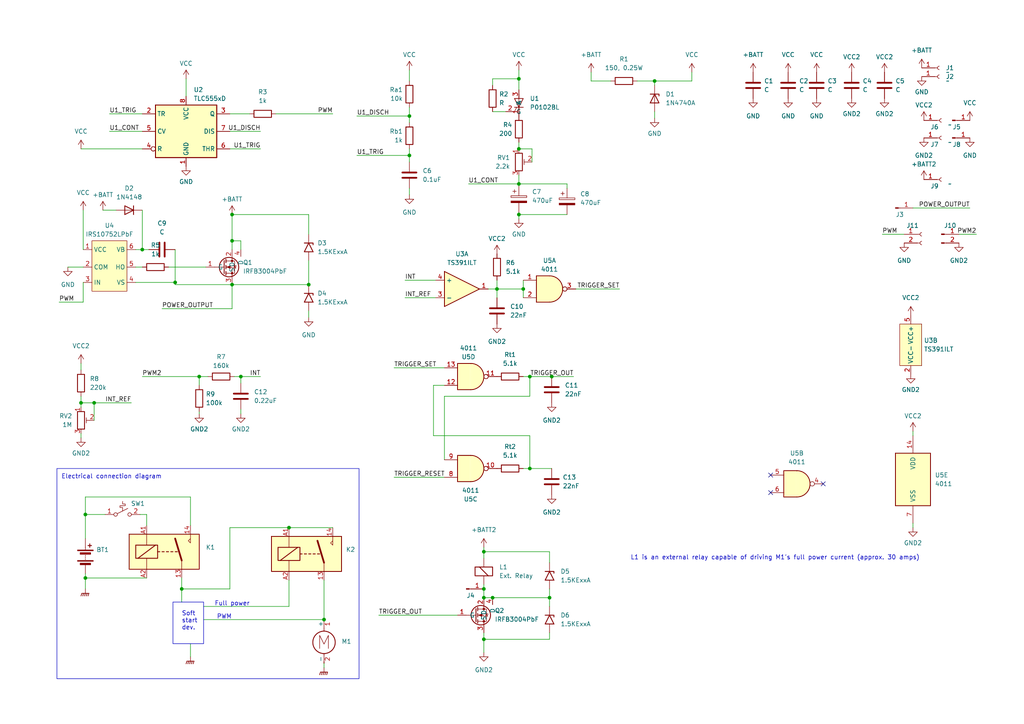
<source format=kicad_sch>
(kicad_sch (version 20230121) (generator eeschema)
  (paper "A4")
  (lib_symbols
    (symbol "4xxx:4011" (pin_names (offset 1.016))
      (property "Reference" "U" (at 0 1.27 0))
      (property "Value" "4011" (at 0 -1.27 0))
      (symbol "4011_1_1"
        (pin input line (at -7.62 2.54 0) (length 3.81) (name "~") (number "1"))
        (pin input line (at -7.62 -2.54 0) (length 3.81) (name "~") (number "2"))
        (pin output inverted (at 7.62 0 180) (length 3.81) (name "~") (number "3"))
      )
      (symbol "4011_1_2"
        (pin input inverted (at -7.62 2.54 0) (length 4.318) (name "~") (number "1"))
        (pin input inverted (at -7.62 -2.54 0) (length 4.318) (name "~") (number "2"))
        (pin output line (at 7.62 0 180) (length 3.81) (name "~") (number "3"))
      )
      (symbol "4011_2_1"
        (pin output inverted (at 7.62 0 180) (length 3.81) (name "~") (number "4"))
        (pin input line (at -7.62 2.54 0) (length 3.81) (name "~") (number "5"))
        (pin input line (at -7.62 -2.54 0) (length 3.81) (name "~") (number "6"))
      )
      (symbol "4011_2_2"
        (pin output line (at 7.62 0 180) (length 3.81) (name "~") (number "4"))
        (pin input inverted (at -7.62 2.54 0) (length 4.318) (name "~") (number "5"))
        (pin input inverted (at -7.62 -2.54 0) (length 4.318) (name "~") (number "6"))
      )
      (symbol "4011_3_1"
        (pin output inverted (at 7.62 0 180) (length 3.81) (name "~") (number "10"))
        (pin input line (at -7.62 2.54 0) (length 3.81) (name "~") (number "8"))
        (pin input line (at -7.62 -2.54 0) (length 3.81) (name "~") (number "9"))
      )
      (symbol "4011_3_2"
        (pin output line (at 7.62 0 180) (length 3.81) (name "~") (number "10"))
        (pin input inverted (at -7.62 2.54 0) (length 4.318) (name "~") (number "8"))
        (pin input inverted (at -7.62 -2.54 0) (length 4.318) (name "~") (number "9"))
      )
      (symbol "4011_4_1"
        (pin output inverted (at 7.62 0 180) (length 3.81) (name "~") (number "11"))
        (pin input line (at -7.62 2.54 0) (length 3.81) (name "~") (number "12"))
        (pin input line (at -7.62 -2.54 0) (length 3.81) (name "~") (number "13"))
      )
      (symbol "4011_4_2"
        (pin output line (at 7.62 0 180) (length 3.81) (name "~") (number "11"))
        (pin input inverted (at -7.62 2.54 0) (length 4.318) (name "~") (number "12"))
        (pin input inverted (at -7.62 -2.54 0) (length 4.318) (name "~") (number "13"))
      )
      (symbol "4011_5_0"
        (pin power_in line (at 0 12.7 270) (length 5.08) (name "VDD") (number "14"))
        (pin power_in line (at 0 -12.7 90) (length 5.08) (name "VSS") (number "7"))
      )
    )
    (symbol "Connector:Conn_01x01_Pin" (pin_names (offset 1.016) hide)
      (property "Reference" "J" (at 0 2.54 0))
      (property "Value" "Conn_01x01_Pin" (at 0 -2.54 0))
      (symbol "Conn_01x01_Pin_1_1"
        (pin passive line (at 5.08 0 180) (length 3.81) (name "Pin_1") (number "1"))
      )
    )
    (symbol "Connector:Conn_01x01_Socket" (pin_names (offset 1.016) hide)
      (property "Reference" "J" (at 0 2.54 0))
      (property "Value" "Conn_01x01_Socket" (at 0 -2.54 0))
      (symbol "Conn_01x01_Socket_1_1"
        (pin passive line (at -5.08 0 0) (length 3.81) (name "Pin_1") (number "1"))
      )
    )
    (symbol "Connector:Conn_01x02_Pin" (pin_names (offset 1.016) hide)
      (property "Reference" "J" (at 0 2.54 0))
      (property "Value" "Conn_01x02_Pin" (at 0 -5.08 0))
      (symbol "Conn_01x02_Pin_1_1"
        (pin passive line (at 5.08 0 180) (length 3.81) (name "Pin_1") (number "1"))
        (pin passive line (at 5.08 -2.54 180) (length 3.81) (name "Pin_2") (number "2"))
      )
    )
    (symbol "Connector:Conn_01x02_Socket" (pin_names (offset 1.016) hide)
      (property "Reference" "J" (at 0 2.54 0))
      (property "Value" "Conn_01x02_Socket" (at 0 -5.08 0))
      (symbol "Conn_01x02_Socket_1_1"
        (pin passive line (at -5.08 0 0) (length 3.81) (name "Pin_1") (number "1"))
        (pin passive line (at -5.08 -2.54 0) (length 3.81) (name "Pin_2") (number "2"))
      )
    )
    (symbol "Device:Battery" (pin_numbers hide) (pin_names (offset 0) hide)
      (property "Reference" "BT" (at 2.54 2.54 0))
      (property "Value" "Battery" (at 2.54 0 0))
      (symbol "Battery_1_1"
        (pin passive line (at 0 5.08 270) (length 2.54) (name "+") (number "1"))
        (pin passive line (at 0 -5.08 90) (length 2.54) (name "-") (number "2"))
      )
    )
    (symbol "Device:C" (pin_numbers hide) (pin_names (offset 0.254))
      (property "Reference" "C" (at 0.635 2.54 0))
      (property "Value" "C" (at 0.635 -2.54 0))
      (symbol "C_1_1"
        (pin passive line (at 0 3.81 270) (length 2.794) (name "~") (number "1"))
        (pin passive line (at 0 -3.81 90) (length 2.794) (name "~") (number "2"))
      )
    )
    (symbol "Device:C_Polarized" (pin_numbers hide) (pin_names (offset 0.254))
      (property "Reference" "C" (at 0.635 2.54 0))
      (property "Value" "C_Polarized" (at 0.635 -2.54 0))
      (symbol "C_Polarized_1_1"
        (pin passive line (at 0 3.81 270) (length 2.794) (name "~") (number "1"))
        (pin passive line (at 0 -3.81 90) (length 2.794) (name "~") (number "2"))
      )
    )
    (symbol "Device:ElectromagneticActor" (pin_numbers hide) (pin_names (offset 0.0254) hide)
      (property "Reference" "L" (at 1.27 3.81 0))
      (property "Value" "ElectromagneticActor" (at 1.27 -1.27 0))
      (symbol "ElectromagneticActor_1_1"
        (pin passive line (at 0 5.08 270) (length 2.54) (name "-") (number "1"))
        (pin passive line (at 0 -2.54 90) (length 2.54) (name "+") (number "2"))
      )
    )
    (symbol "Device:R" (pin_numbers hide) (pin_names (offset 0))
      (property "Reference" "R" (at 2.032 0 90))
      (property "Value" "R" (at 0 0 90))
      (symbol "R_1_1"
        (pin passive line (at 0 3.81 270) (length 1.27) (name "~") (number "1"))
        (pin passive line (at 0 -3.81 90) (length 1.27) (name "~") (number "2"))
      )
    )
    (symbol "Device:R_Potentiometer_Trim" (pin_names (offset 1.016) hide)
      (property "Reference" "RV" (at -4.445 0 90))
      (property "Value" "R_Potentiometer_Trim" (at -2.54 0 90))
      (symbol "R_Potentiometer_Trim_1_1"
        (pin passive line (at 0 3.81 270) (length 1.27) (name "1") (number "1"))
        (pin passive line (at 3.81 0 180) (length 1.27) (name "2") (number "2"))
        (pin passive line (at 0 -3.81 90) (length 1.27) (name "3") (number "3"))
      )
    )
    (symbol "Diode:1.5KExxA" (pin_numbers hide) (pin_names (offset 1.016) hide)
      (property "Reference" "D" (at 0 2.54 0))
      (property "Value" "1.5KExxA" (at 0 -2.54 0))
      (symbol "1.5KExxA_1_1"
        (pin passive line (at -3.81 0 0) (length 2.54) (name "A1") (number "1"))
        (pin passive line (at 3.81 0 180) (length 2.54) (name "A2") (number "2"))
      )
    )
    (symbol "Diode:1N4148" (pin_numbers hide) (pin_names hide)
      (property "Reference" "D" (at 0 2.54 0))
      (property "Value" "1N4148" (at 0 -2.54 0))
      (symbol "1N4148_1_1"
        (pin passive line (at -3.81 0 0) (length 2.54) (name "K") (number "1"))
        (pin passive line (at 3.81 0 180) (length 2.54) (name "A") (number "2"))
      )
    )
    (symbol "Diode:1N47xxA" (pin_numbers hide) (pin_names hide)
      (property "Reference" "D" (at 0 2.54 0))
      (property "Value" "1N47xxA" (at 0 -2.54 0))
      (symbol "1N47xxA_1_1"
        (pin passive line (at -3.81 0 0) (length 2.54) (name "K") (number "1"))
        (pin passive line (at 3.81 0 180) (length 2.54) (name "A") (number "2"))
      )
    )
    (symbol "IRFB3004PbF:IRFB3004PbF" (pin_names (offset 1.016))
      (property "Reference" "Q" (at 3.81 1.27 0))
      (property "Value" "IRFB3004PbF" (at 8.89 -1.27 0))
      (symbol "IRFB3004PbF_1_1"
        (pin input line (at -7.62 0 0) (length 2.54) (name "G") (number "1"))
        (pin passive line (at 0 5.08 270) (length 2.54) (name "D") (number "2"))
        (pin passive line (at 0 -5.08 90) (length 2.54) (name "S") (number "3"))
        (pin passive line (at 2.54 5.08 270) (length 2.0066) (name "D") (number "4"))
      )
    )
    (symbol "IRS10752LPbF:IRS10752LPbF"
      (property "Reference" "U" (at -1.27 -6.985 0))
      (property "Value" "IRS10752LPbF" (at 2.54 10.16 0))
      (symbol "IRS10752LPbF_1_1"
        (pin power_in line (at -5.08 6.35 0) (length 2.54) (name "VCC") (number "1"))
        (pin power_in line (at -5.08 1.27 0) (length 2.54) (name "COM") (number "2"))
        (pin input line (at -5.08 -3.175 0) (length 2.54) (name "IN") (number "3"))
        (pin input line (at 10.16 -3.175 180) (length 2.54) (name "VS") (number "4"))
        (pin power_out line (at 10.16 1.27 180) (length 2.54) (name "HO") (number "5"))
        (pin input line (at 10.16 6.35 180) (length 2.54) (name "VB") (number "6"))
      )
    )
    (symbol "Motor:Motor_DC" (pin_names (offset 0))
      (property "Reference" "M" (at 2.54 2.54 0))
      (property "Value" "Motor_DC" (at 2.54 -5.08 0))
      (symbol "Motor_DC_1_1"
        (pin passive line (at 0 5.08 270) (length 2.54) (name "+") (number "1"))
        (pin passive line (at 0 -7.62 90) (length 2.54) (name "-") (number "2"))
      )
    )
    (symbol "Relay:Relay_SPST-NO"
      (property "Reference" "K" (at 11.43 3.81 0))
      (property "Value" "Relay_SPST-NO" (at 11.43 1.27 0))
      (symbol "Relay_SPST-NO_1_1"
        (pin passive line (at 5.08 -7.62 90) (length 2.54) (name "~") (number "13"))
        (pin passive line (at 7.62 7.62 270) (length 2.54) (name "~") (number "14"))
        (pin passive line (at -5.08 7.62 270) (length 2.54) (name "~") (number "A1"))
        (pin passive line (at -5.08 -7.62 90) (length 2.54) (name "~") (number "A2"))
      )
    )
    (symbol "Switch:SW_SPST_Temperature" (pin_names (offset 0) hide)
      (property "Reference" "SW" (at 1.778 3.048 0))
      (property "Value" "SW_SPST_Temperature" (at 0 -2.54 0))
      (symbol "SW_SPST_Temperature_1_1"
        (pin passive line (at -5.08 0 0) (length 2.54) (name "A") (number "1"))
        (pin passive line (at 5.08 0 180) (length 2.54) (name "B") (number "2"))
      )
    )
    (symbol "Timer:TLC555xD"
      (property "Reference" "U" (at -10.16 8.89 0))
      (property "Value" "TLC555xD" (at 2.54 8.89 0))
      (symbol "TLC555xD_0_0"
        (pin power_in line (at 0 -10.16 90) (length 2.54) (name "GND") (number "1"))
        (pin power_in line (at 0 10.16 270) (length 2.54) (name "VCC") (number "8"))
      )
      (symbol "TLC555xD_1_1"
        (pin input line (at -12.7 5.08 0) (length 3.81) (name "TR") (number "2"))
        (pin output line (at 12.7 5.08 180) (length 3.81) (name "Q") (number "3"))
        (pin input inverted (at -12.7 -5.08 0) (length 3.81) (name "R") (number "4"))
        (pin input line (at -12.7 0 0) (length 3.81) (name "CV") (number "5"))
        (pin input line (at 12.7 -5.08 180) (length 3.81) (name "THR") (number "6"))
        (pin input line (at 12.7 0 180) (length 3.81) (name "DIS") (number "7"))
      )
    )
    (symbol "batt2:+BATT2" (power) (pin_names (offset 0))
      (property "Value" "+BATT2" (at 0 3.556 0))
      (symbol "+BATT2_1_1"
        (pin power_in line (at 0 0 90) (length 0) hide (name "+BATT2") (number "1"))
      )
    )
    (symbol "comparator:TS391ILT"
      (property "Reference" "U" (at 1.905 7.62 0))
      (property "Value" "TS391ILT" (at -6.35 -6.985 0))
      (symbol "TS391ILT_1_1"
        (pin output line (at 10.16 0 180) (length 2.54) (name "~") (number "1"))
        (pin input line (at -5.08 -2.54 0) (length 2.54) (name "-") (number "3"))
        (pin input line (at -5.08 2.54 0) (length 2.54) (name "+") (number "4"))
      )
      (symbol "TS391ILT_2_1"
        (pin power_in line (at 0 -8.255 90) (length 2.54) (name "VCC-") (number "2"))
        (pin power_in line (at 0 8.89 270) (length 2.54) (name "VCC+") (number "5"))
      )
    )
    (symbol "power:+BATT" (power) (pin_names (offset 0))
      (property "Value" "+BATT" (at 0 3.556 0))
      (symbol "+BATT_1_1"
        (pin power_in line (at 0 0 90) (length 0) hide (name "+BATT") (number "1"))
      )
    )
    (symbol "power:GND" (power) (pin_names (offset 0))
      (property "Value" "GND" (at 0 -3.81 0))
      (symbol "GND_1_1"
        (pin power_in line (at 0 0 270) (length 0) hide (name "GND") (number "1"))
      )
    )
    (symbol "power:GND2" (power) (pin_names (offset 0))
      (property "Value" "GND2" (at 0 -3.81 0))
      (symbol "GND2_1_1"
        (pin power_in line (at 0 0 270) (length 0) hide (name "GND2") (number "1"))
      )
    )
    (symbol "power:GNDPWR" (power) (pin_names (offset 0))
      (property "Value" "GNDPWR" (at 0 -3.302 0))
      (symbol "GNDPWR_1_1"
        (pin power_in line (at 0 0 270) (length 0) hide (name "GNDPWR") (number "1"))
      )
    )
    (symbol "power:VCC" (power) (pin_names (offset 0))
      (property "Value" "VCC" (at 0 3.81 0))
      (symbol "VCC_1_1"
        (pin power_in line (at 0 0 90) (length 0) hide (name "VCC") (number "1"))
      )
    )
    (symbol "thyristors:P0102BL"
      (property "Reference" "U" (at 3.175 0 0))
      (property "Value" "P0102BL" (at -5.715 0 0))
      (symbol "P0102BL_1_1"
        (pin passive line (at 0 -4.445 90) (length 2.54) (name "K") (number "1"))
        (pin input line (at -3.81 -3.175 0) (length 2.54) (name "G") (number "2"))
        (pin passive line (at 0 3.175 270) (length 2.54) (name "A") (number "3"))
      )
    )
    (symbol "vcc2:VCC2" (power) (pin_names (offset 0))
      (property "Value" "VCC2" (at 0 3.81 0))
      (symbol "VCC2_1_1"
        (pin power_in line (at 0 0 90) (length 0) hide (name "VCC2") (number "1"))
      )
    )
  )
  (junction (at 151.765 83.82))
  (junction (at 150.495 62.23))
  (junction (at 140.335 160.02))
  (junction (at 140.335 185.42))
  (junction (at 83.82 153.035))
  (junction (at 118.745 33.655))
  (junction (at 27.305 116.84))
  (junction (at 150.495 22.86))
  (junction (at 23.495 116.84))
  (junction (at 24.765 167.64))
  (junction (at 57.785 109.22))
  (junction (at 153.67 109.22))
  (junction (at 118.745 45.085))
  (junction (at 67.31 82.55))
  (junction (at 144.145 83.82))
  (junction (at 140.335 173.355))
  (junction (at 67.31 62.23))
  (junction (at 153.67 135.89))
  (junction (at 142.875 173.355))
  (junction (at 41.275 72.39))
  (junction (at 140.335 170.815))
  (junction (at 52.705 170.815))
  (junction (at 69.85 109.22))
  (junction (at 67.31 69.85))
  (junction (at 93.98 179.705))
  (junction (at 50.8 81.915))
  (junction (at 150.495 53.34))
  (junction (at 189.865 23.495))
  (junction (at 89.535 82.55))
  (junction (at 24.765 149.225))
  (junction (at 150.495 43.18))
  (junction (at 160.02 109.22))
  (junction (at 159.385 173.355))
  (no_connect (at 238.76 140.335))
  (no_connect (at 223.52 142.875))
  (no_connect (at 223.52 137.795))
  (wire (pts (xy 23.495 105.41) (xy 23.495 107.315)))
  (wire (pts (xy 150.495 20.32) (xy 150.495 22.86)))
  (wire (pts (xy 48.895 77.47) (xy 59.69 77.47)))
  (wire (pts (xy 159.385 185.42) (xy 159.385 183.515)))
  (wire (pts (xy 83.82 153.035) (xy 96.52 153.035)))
  (wire (pts (xy 114.3 106.68) (xy 128.905 106.68)))
  (wire (pts (xy 50.8 81.915) (xy 50.8 82.55)))
  (wire (pts (xy 27.305 116.84) (xy 23.495 116.84)))
  (wire (pts (xy 150.495 22.86) (xy 150.495 26.035)))
  (wire (pts (xy 153.67 114.935) (xy 128.905 114.935)))
  (wire (pts (xy 142.875 22.86) (xy 150.495 22.86)))
  (wire (pts (xy 19.685 77.47) (xy 24.13 77.47)))
  (wire (pts (xy 150.495 50.8) (xy 150.495 53.34)))
  (wire (pts (xy 264.795 151.765) (xy 264.795 153.035)))
  (wire (pts (xy 255.905 67.945) (xy 262.255 67.945)))
  (wire (pts (xy 67.31 62.23) (xy 67.31 69.85)))
  (wire (pts (xy 17.145 87.63) (xy 24.13 87.63)))
  (wire (pts (xy 24.765 156.21) (xy 24.765 149.225)))
  (wire (pts (xy 24.13 60.96) (xy 24.13 72.39)))
  (wire (pts (xy 31.75 38.1) (xy 41.275 38.1)))
  (wire (pts (xy 52.705 170.815) (xy 66.675 170.815)))
  (wire (pts (xy 67.31 69.85) (xy 69.85 69.85)))
  (wire (pts (xy 144.145 83.82) (xy 144.145 86.36)))
  (wire (pts (xy 57.785 119.38) (xy 57.785 120.015)))
  (wire (pts (xy 118.745 31.115) (xy 118.745 33.655)))
  (wire (pts (xy 200.66 20.955) (xy 200.66 23.495)))
  (wire (pts (xy 53.975 22.86) (xy 53.975 27.94)))
  (wire (pts (xy 140.335 185.42) (xy 140.335 189.23)))
  (wire (pts (xy 109.855 178.435) (xy 132.715 178.435)))
  (wire (pts (xy 57.785 109.22) (xy 57.785 111.76)))
  (wire (pts (xy 67.945 109.22) (xy 69.85 109.22)))
  (wire (pts (xy 281.305 60.325) (xy 264.795 60.325)))
  (wire (pts (xy 41.275 72.39) (xy 41.275 60.96)))
  (wire (pts (xy 118.745 43.18) (xy 118.745 45.085)))
  (wire (pts (xy 69.85 109.22) (xy 75.565 109.22)))
  (wire (pts (xy 153.67 135.89) (xy 153.67 126.365)))
  (wire (pts (xy 42.545 149.225) (xy 42.545 152.4)))
  (wire (pts (xy 140.335 173.355) (xy 142.875 173.355)))
  (wire (pts (xy 151.765 81.28) (xy 151.765 83.82)))
  (wire (pts (xy 66.675 43.18) (xy 75.565 43.18)))
  (wire (pts (xy 52.705 167.64) (xy 52.705 170.815)))
  (wire (pts (xy 23.495 114.935) (xy 23.495 116.84)))
  (wire (pts (xy 27.305 116.84) (xy 38.1 116.84)))
  (wire (pts (xy 189.865 32.385) (xy 189.865 34.29)))
  (wire (pts (xy 27.305 121.92) (xy 27.305 116.84)))
  (wire (pts (xy 200.66 23.495) (xy 189.865 23.495)))
  (wire (pts (xy 144.145 81.28) (xy 144.145 83.82)))
  (wire (pts (xy 151.765 83.82) (xy 151.765 86.36)))
  (wire (pts (xy 24.765 166.37) (xy 24.765 167.64)))
  (wire (pts (xy 142.875 24.765) (xy 142.875 22.86)))
  (wire (pts (xy 159.385 160.02) (xy 140.335 160.02)))
  (wire (pts (xy 153.67 135.89) (xy 160.02 135.89)))
  (wire (pts (xy 154.305 43.18) (xy 154.305 46.99)))
  (wire (pts (xy 23.495 125.73) (xy 23.495 127)))
  (wire (pts (xy 118.745 45.085) (xy 118.745 46.99)))
  (wire (pts (xy 128.905 114.935) (xy 128.905 133.35)))
  (wire (pts (xy 41.275 72.39) (xy 43.18 72.39)))
  (wire (pts (xy 24.765 149.225) (xy 30.48 149.225)))
  (wire (pts (xy 39.37 81.915) (xy 50.8 81.915)))
  (wire (pts (xy 69.85 109.22) (xy 69.85 111.125)))
  (wire (pts (xy 66.675 33.02) (xy 72.39 33.02)))
  (wire (pts (xy 164.465 53.34) (xy 150.495 53.34)))
  (wire (pts (xy 93.98 192.405) (xy 93.98 193.675)))
  (wire (pts (xy 151.765 109.22) (xy 153.67 109.22)))
  (wire (pts (xy 89.535 62.23) (xy 67.31 62.23)))
  (wire (pts (xy 114.3 138.43) (xy 128.905 138.43)))
  (wire (pts (xy 150.495 53.34) (xy 150.495 53.975)))
  (wire (pts (xy 67.31 69.85) (xy 67.31 72.39)))
  (wire (pts (xy 24.765 144.145) (xy 55.245 144.145)))
  (wire (pts (xy 50.8 81.915) (xy 50.8 72.39)))
  (wire (pts (xy 31.75 33.02) (xy 41.275 33.02)))
  (wire (pts (xy 23.495 43.18) (xy 41.275 43.18)))
  (wire (pts (xy 167.005 83.82) (xy 179.705 83.82)))
  (wire (pts (xy 151.765 135.89) (xy 153.67 135.89)))
  (wire (pts (xy 125.73 111.76) (xy 128.905 111.76)))
  (wire (pts (xy 55.245 144.145) (xy 55.245 152.4)))
  (wire (pts (xy 24.765 149.225) (xy 24.765 144.145)))
  (wire (pts (xy 150.495 62.23) (xy 150.495 63.5)))
  (wire (pts (xy 135.89 53.34) (xy 150.495 53.34)))
  (wire (pts (xy 23.495 116.84) (xy 23.495 118.11)))
  (wire (pts (xy 118.745 33.655) (xy 103.505 33.655)))
  (wire (pts (xy 80.01 33.02) (xy 96.52 33.02)))
  (wire (pts (xy 142.875 32.385) (xy 146.685 32.385)))
  (wire (pts (xy 118.745 33.655) (xy 118.745 35.56)))
  (wire (pts (xy 59.055 179.705) (xy 93.98 179.705)))
  (wire (pts (xy 125.73 111.76) (xy 125.73 126.365)))
  (wire (pts (xy 153.67 109.22) (xy 153.67 114.935)))
  (wire (pts (xy 67.31 82.55) (xy 89.535 82.55)))
  (wire (pts (xy 55.245 186.69) (xy 55.245 190.5)))
  (wire (pts (xy 57.785 109.22) (xy 60.325 109.22)))
  (wire (pts (xy 59.055 175.895) (xy 83.82 175.895)))
  (wire (pts (xy 93.98 168.275) (xy 93.98 179.705)))
  (wire (pts (xy 118.745 54.61) (xy 118.745 56.515)))
  (wire (pts (xy 171.45 23.495) (xy 171.45 20.955)))
  (wire (pts (xy 67.31 82.55) (xy 67.31 89.535)))
  (wire (pts (xy 140.335 170.815) (xy 140.335 173.355)))
  (wire (pts (xy 140.335 185.42) (xy 159.385 185.42)))
  (wire (pts (xy 189.865 23.495) (xy 184.785 23.495)))
  (wire (pts (xy 140.335 160.02) (xy 140.335 161.925)))
  (wire (pts (xy 89.535 62.23) (xy 89.535 67.945)))
  (wire (pts (xy 66.675 170.815) (xy 66.675 153.035)))
  (wire (pts (xy 39.37 72.39) (xy 41.275 72.39)))
  (wire (pts (xy 144.145 83.82) (xy 151.765 83.82)))
  (wire (pts (xy 164.465 54.61) (xy 164.465 53.34)))
  (wire (pts (xy 150.495 43.18) (xy 154.305 43.18)))
  (wire (pts (xy 150.495 62.23) (xy 164.465 62.23)))
  (wire (pts (xy 41.275 109.22) (xy 57.785 109.22)))
  (wire (pts (xy 140.335 158.75) (xy 140.335 160.02)))
  (wire (pts (xy 83.82 168.275) (xy 83.82 175.895)))
  (wire (pts (xy 150.495 41.275) (xy 150.495 43.18)))
  (wire (pts (xy 159.385 160.02) (xy 159.385 163.195)))
  (wire (pts (xy 118.745 45.085) (xy 103.505 45.085)))
  (wire (pts (xy 159.385 170.815) (xy 159.385 173.355)))
  (wire (pts (xy 69.85 118.745) (xy 69.85 120.015)))
  (wire (pts (xy 189.865 24.765) (xy 189.865 23.495)))
  (wire (pts (xy 141.605 83.82) (xy 144.145 83.82)))
  (wire (pts (xy 150.495 61.595) (xy 150.495 62.23)))
  (wire (pts (xy 50.8 82.55) (xy 67.31 82.55)))
  (wire (pts (xy 140.335 169.545) (xy 140.335 170.815)))
  (wire (pts (xy 52.705 170.815) (xy 52.705 174.625)))
  (wire (pts (xy 160.02 109.22) (xy 166.37 109.22)))
  (wire (pts (xy 39.37 77.47) (xy 41.275 77.47)))
  (wire (pts (xy 66.675 153.035) (xy 83.82 153.035)))
  (wire (pts (xy 24.765 167.64) (xy 42.545 167.64)))
  (wire (pts (xy 142.875 173.355) (xy 159.385 173.355)))
  (wire (pts (xy 89.535 75.565) (xy 89.535 82.55)))
  (wire (pts (xy 89.535 90.17) (xy 89.535 92.075)))
  (wire (pts (xy 66.675 38.1) (xy 75.565 38.1)))
  (wire (pts (xy 46.99 89.535) (xy 67.31 89.535)))
  (wire (pts (xy 40.64 149.225) (xy 42.545 149.225)))
  (wire (pts (xy 264.795 125.095) (xy 264.795 126.365)))
  (wire (pts (xy 24.13 81.915) (xy 24.13 87.63)))
  (wire (pts (xy 117.475 81.28) (xy 126.365 81.28)))
  (wire (pts (xy 159.385 173.355) (xy 159.385 175.895)))
  (wire (pts (xy 177.165 23.495) (xy 171.45 23.495)))
  (wire (pts (xy 117.475 86.36) (xy 126.365 86.36)))
  (wire (pts (xy 24.765 167.64) (xy 24.765 170.815)))
  (wire (pts (xy 29.845 60.96) (xy 33.655 60.96)))
  (wire (pts (xy 278.13 67.945) (xy 283.21 67.945)))
  (wire (pts (xy 118.745 20.32) (xy 118.745 23.495)))
  (wire (pts (xy 153.67 126.365) (xy 125.73 126.365)))
  (wire (pts (xy 140.335 183.515) (xy 140.335 185.42)))
  (wire (pts (xy 153.67 109.22) (xy 160.02 109.22)))
  (wire (pts (xy 69.85 69.85) (xy 69.85 72.39)))
  (rectangle (start 50.165 174.625) (end 59.055 186.69))
  (rectangle (start 16.51 135.89) (end 104.14 196.85))
  (text "Full power" (at 62.23 175.895 0) (effects (font (size 1.27 1.27)) (justify left bottom)))
  (text "Electrical connection diagram" (at 17.78 139.065 0) (effects (font (size 1.27 1.27)) (justify left bottom)))
  (text "L1 is an external relay capable of driving M1's full power current (approx. 30 amps)\n" (at 182.88 162.56 0) (effects (font (size 1.27 1.27)) (justify left bottom)))
  (text "PWM" (at 62.865 179.705 0) (effects (font (size 1.27 1.27)) (justify left bottom)))
  (text "Soft\nstart\ndev." (at 52.705 182.88 0) (effects (font (size 1.27 1.27)) (justify left bottom)))
  (label "U1_CONT" (at 31.75 38.1 0))
  (label "PWM2" (at 41.275 109.22 0))
  (label "U1_TRIG" (at 31.75 33.02 0))
  (label "U1_DISCH" (at 75.565 38.1 180))
  (label "PWM2" (at 283.21 67.945 180))
  (label "PWM" (at 255.905 67.945 0))
  (label "U1_TRIG" (at 75.565 43.18 180))
  (label "U1_TRIG" (at 103.505 45.085 0))
  (label "PWM" (at 96.52 33.02 180))
  (label "U1_DISCH" (at 103.505 33.655 0))
  (label "TRIGGER_SET" (at 179.705 83.82 180))
  (label "TRIGGER_SET" (at 114.3 106.68 0))
  (label "INT_REF" (at 117.475 86.36 0))
  (label "POWER_OUTPUT" (at 281.305 60.325 180))
  (label "PWM" (at 17.145 87.63 0))
  (label "U1_CONT" (at 135.89 53.34 0))
  (label "INT_REF" (at 38.1 116.84 180))
  (label "TRIGGER_OUT" (at 109.855 178.435 0))
  (label "TRIGGER_RESET" (at 114.3 138.43 0))
  (label "POWER_OUTPUT" (at 46.99 89.535 0))
  (label "INT" (at 117.475 81.28 0))
  (label "TRIGGER_OUT" (at 166.37 109.22 180))
  (label "INT" (at 75.565 109.22 180))
  (symbol (lib_id "power:+BATT") (at 171.45 20.955 0) (unit 1)
    (property "Reference" "#PWR01" (effects hide))
    (property "Value" "+BATT" (at 171.45 15.875 0))
  )
  (symbol (lib_id "Device:R") (at 23.495 111.125 0) (unit 1)
    (property "Reference" "R8" (at 26.035 109.855 0) (effects (justify left)))
    (property "Value" "220k" (at 26.035 112.395 0) (effects (justify left)))
    (property "Footprint" "Resistor_THT:R_Axial_DIN0207_L6.3mm_D2.5mm_P5.08mm_Vertical" (effects hide))
  )
  (symbol (lib_id "Diode:1.5KExxA") (at 89.535 71.755 270) (unit 1)
    (property "Reference" "D3" (at 92.075 70.485 90) (effects (justify left)))
    (property "Value" "1.5KExxA" (at 92.075 73.025 90) (effects (justify left)))
    (property "Footprint" "Diode_THT:D_DO-201AE_P15.24mm_Horizontal" (effects hide))
    (property "Datasheet" "https://www.vishay.com/docs/88301/15ke.pdf" (effects hide))
  )
  (symbol (lib_id "Device:C") (at 144.145 90.17 0) (unit 1)
    (property "Reference" "C10" (at 147.955 88.9 0) (effects (justify left)))
    (property "Value" "22nF" (at 147.955 91.44 0) (effects (justify left)))
    (property "Footprint" "Capacitor_THT:C_Disc_D5.0mm_W2.5mm_P5.00mm" (effects hide))
  )
  (symbol (lib_id "Diode:1.5KExxA") (at 89.535 86.36 270) (unit 1)
    (property "Reference" "D4" (at 92.075 85.09 90) (effects (justify left)))
    (property "Value" "1.5KExxA" (at 92.075 87.63 90) (effects (justify left)))
    (property "Footprint" "Diode_THT:D_DO-201AE_P15.24mm_Horizontal" (effects hide))
    (property "Datasheet" "https://www.vishay.com/docs/88301/15ke.pdf" (effects hide))
  )
  (symbol (lib_id "power:GNDPWR") (at 93.98 193.675 0) (unit 1)
    (property "Reference" "#PWR044" (effects hide))
    (property "Value" "GNDPWR" (effects hide))
  )
  (symbol (lib_id "power:VCC") (at 53.975 22.86 0) (unit 1)
    (property "Reference" "#PWR010" (effects hide))
    (property "Value" "VCC" (at 53.975 18.415 0))
  )
  (symbol (lib_id "power:VCC") (at 118.745 20.32 0) (mirror y) (unit 1)
    (property "Reference" "#PWR03" (effects hide))
    (property "Value" "VCC" (at 118.745 15.875 0))
  )
  (symbol (lib_id "power:GND2") (at 23.495 127 0) (unit 1)
    (property "Reference" "#PWR051" (effects hide))
    (property "Value" "GND2" (at 23.495 131.445 0))
  )
  (symbol (lib_id "power:GND2") (at 264.16 108.585 0) (unit 1)
    (property "Reference" "#PWR027" (effects hide))
    (property "Value" "GND2" (at 264.16 113.03 0))
  )
  (symbol (lib_id "vcc2:VCC2") (at 23.495 105.41 0) (unit 1)
    (property "Reference" "#PWR032" (effects hide))
    (property "Value" "VCC2" (at 23.495 100.33 0))
  )
  (symbol (lib_id "vcc2:VCC2") (at 256.54 20.955 0) (unit 1)
    (property "Reference" "#PWR09" (effects hide))
    (property "Value" "VCC2" (at 256.54 16.51 0))
  )
  (symbol (lib_id "power:GND2") (at 144.145 93.98 0) (unit 1)
    (property "Reference" "#PWR029" (effects hide))
    (property "Value" "GND2" (at 144.145 99.06 0))
  )
  (symbol (lib_id "Diode:1.5KExxA") (at 159.385 167.005 270) (unit 1)
    (property "Reference" "D5" (at 162.56 165.735 90) (effects (justify left)))
    (property "Value" "1.5KExxA" (at 162.56 168.275 90) (effects (justify left)))
    (property "Footprint" "Diode_THT:D_DO-201AE_P15.24mm_Horizontal" (effects hide))
    (property "Datasheet" "https://www.vishay.com/docs/88301/15ke.pdf" (effects hide))
  )
  (symbol (lib_id "power:GND2") (at 264.795 153.035 0) (unit 1)
    (property "Reference" "#PWR037" (effects hide))
    (property "Value" "GND2" (at 264.795 157.48 0))
  )
  (symbol (lib_id "Relay:Relay_SPST-NO") (at 47.625 160.02 0) (unit 1) (on_board no)
    (property "Reference" "K1" (at 59.69 158.75 0) (effects (justify left)))
    (property "Value" "Relay_SPST-NO" (effects hide))
  )
  (symbol (lib_id "Connector:Conn_01x01_Socket") (at 273.05 52.07 0) (unit 1)
    (property "Reference" "J9" (at 269.875 53.975 0) (effects (justify left)))
    (property "Value" "~" (at 274.955 53.34 0) (effects (justify left)))
    (property "Footprint" "Connector_Wire:SolderWire-2.5sqmm_1x01_D2.4mm_OD3.6mm" (effects hide))
  )
  (symbol (lib_id "power:VCC") (at 23.495 43.18 0) (unit 1)
    (property "Reference" "#PWR018" (effects hide))
    (property "Value" "VCC" (at 23.495 38.1 0))
  )
  (symbol (lib_id "vcc2:VCC2") (at 267.97 34.925 0) (unit 1)
    (property "Reference" "#PWR048" (effects hide))
    (property "Value" "VCC2" (at 267.97 30.48 0))
  )
  (symbol (lib_id "Device:R") (at 45.085 77.47 90) (unit 1)
    (property "Reference" "R5" (at 45.085 71.12 90))
    (property "Value" "1k" (at 45.085 73.66 90))
    (property "Footprint" "Resistor_THT:R_Axial_DIN0207_L6.3mm_D2.5mm_P2.54mm_Vertical" (effects hide))
  )
  (symbol (lib_id "Connector:Conn_01x02_Pin") (at 273.05 67.945 0) (unit 1)
    (property "Reference" "J10" (at 275.59 65.405 0))
    (property "Value" "Conn_01x02_Pin" (effects hide))
    (property "Footprint" "Connector_Wire:SolderWire-0.5sqmm_1x02_P4.6mm_D0.9mm_OD2.1mm" (effects hide))
  )
  (symbol (lib_id "power:VCC") (at 150.495 20.32 0) (mirror y) (unit 1)
    (property "Reference" "#PWR04" (effects hide))
    (property "Value" "VCC" (at 150.495 15.875 0))
  )
  (symbol (lib_id "Diode:1N4148") (at 37.465 60.96 180) (unit 1)
    (property "Reference" "D2" (at 37.465 54.61 0))
    (property "Value" "1N4148" (at 37.465 57.15 0))
    (property "Footprint" "Diode_THT:D_DO-35_SOD27_P5.08mm_Vertical_KathodeUp" (effects hide))
    (property "Datasheet" "https://assets.nexperia.com/documents/data-sheet/1N4148_1N4448.pdf" (effects hide))
    (property "Sim.Device" "D" (effects hide))
    (property "Sim.Pins" "1=K 2=A" (effects hide))
  )
  (symbol (lib_id "power:+BATT") (at 218.44 20.955 0) (unit 1)
    (property "Reference" "#PWR05" (effects hide))
    (property "Value" "+BATT" (at 218.44 15.875 0))
  )
  (symbol (lib_id "Device:ElectromagneticActor") (at 140.335 167.005 0) (unit 1) (on_board no)
    (property "Reference" "L1" (at 144.78 164.465 0) (effects (justify left)))
    (property "Value" "Ext. Relay" (at 144.78 167.005 0) (effects (justify left)))
    (property "Footprint" "Connector_Wire:SolderWire-1.5sqmm_1x02_P6mm_D1.7mm_OD3mm" (effects hide))
  )
  (symbol (lib_id "power:GND2") (at 267.97 40.005 0) (unit 1)
    (property "Reference" "#PWR050" (effects hide))
    (property "Value" "GND2" (at 267.97 45.085 0))
  )
  (symbol (lib_id "power:GND2") (at 140.335 189.23 0) (unit 1)
    (property "Reference" "#PWR038" (effects hide))
    (property "Value" "GND2" (at 140.335 194.31 0))
  )
  (symbol (lib_id "Device:R") (at 64.135 109.22 90) (unit 1)
    (property "Reference" "R7" (at 64.135 103.505 90))
    (property "Value" "160k" (at 64.135 106.045 90))
    (property "Footprint" "Resistor_THT:R_Axial_DIN0207_L6.3mm_D2.5mm_P5.08mm_Vertical" (effects hide))
  )
  (symbol (lib_id "Connector:Conn_01x01_Socket") (at 272.415 19.685 0) (unit 1)
    (property "Reference" "J1" (at 274.32 19.685 0) (effects (justify left)))
    (property "Value" "~" (at 274.32 20.955 0) (effects (justify left)))
    (property "Footprint" "Connector_Wire:SolderWire-2.5sqmm_1x01_D2.4mm_OD3.6mm" (effects hide))
  )
  (symbol (lib_id "4xxx:4011") (at 136.525 109.22 0) (mirror x) (unit 4)
    (property "Reference" "U5" (at 135.89 103.505 0))
    (property "Value" "4011" (at 135.89 100.965 0))
    (property "Footprint" "Package_DIP:DIP-14_W7.62mm_Socket_LongPads" (effects hide))
    (property "Datasheet" "http://www.intersil.com/content/dam/Intersil/documents/cd40/cd4011bms-12bms-23bms.pdf" (effects hide))
  )
  (symbol (lib_id "Timer:TLC555xD") (at 53.975 38.1 0) (unit 1)
    (property "Reference" "U2" (at 56.1691 26.035 0) (effects (justify left)))
    (property "Value" "TLC555xD" (at 56.1691 28.575 0) (effects (justify left)))
    (property "Footprint" "Package_SO:SOIC-8_3.9x4.9mm_P1.27mm" (effects hide))
    (property "Datasheet" "http://www.ti.com/lit/ds/symlink/tlc555.pdf" (effects hide))
  )
  (symbol (lib_id "power:VCC") (at 228.6 20.955 0) (unit 1)
    (property "Reference" "#PWR06" (effects hide))
    (property "Value" "VCC" (at 228.6 15.875 0))
  )
  (symbol (lib_id "power:GND") (at 189.865 34.29 0) (unit 1)
    (property "Reference" "#PWR016" (effects hide))
    (property "Value" "GND" (at 189.865 38.735 0))
  )
  (symbol (lib_id "Device:C") (at 236.855 24.765 0) (unit 1)
    (property "Reference" "C3" (at 240.03 23.495 0) (effects (justify left)))
    (property "Value" "C" (at 240.03 26.035 0) (effects (justify left)))
    (property "Footprint" "Capacitor_THT:C_Disc_D5.0mm_W2.5mm_P5.00mm" (effects hide))
  )
  (symbol (lib_id "Connector:Conn_01x01_Socket") (at 273.05 34.925 0) (unit 1)
    (property "Reference" "J6" (at 269.875 36.83 0) (effects (justify left)))
    (property "Value" "~" (at 274.955 36.195 0) (effects (justify left)))
    (property "Footprint" "Connector_Wire:SolderWire-2.5sqmm_1x01_D2.4mm_OD3.6mm" (effects hide))
  )
  (symbol (lib_id "Motor:Motor_DC") (at 93.98 184.785 0) (unit 1) (on_board no)
    (property "Reference" "M1" (at 99.06 186.055 0) (effects (justify left)))
    (property "Value" "Motor_DC" (effects hide))
  )
  (symbol (lib_id "power:+BATT") (at 29.845 60.96 0) (unit 1)
    (property "Reference" "#PWR023" (effects hide))
    (property "Value" "+BATT" (at 29.845 56.515 0))
  )
  (symbol (lib_id "power:GND") (at 281.305 40.005 0) (unit 1)
    (property "Reference" "#PWR049" (effects hide))
    (property "Value" "GND" (at 281.305 45.085 0))
  )
  (symbol (lib_id "Device:Battery") (at 24.765 161.29 0) (unit 1) (on_board no)
    (property "Reference" "BT1" (at 27.94 159.4485 0) (effects (justify left)))
    (property "Value" "Battery" (effects hide))
  )
  (symbol (lib_id "power:VCC") (at 236.855 20.955 0) (unit 1)
    (property "Reference" "#PWR07" (effects hide))
    (property "Value" "VCC" (at 236.855 15.875 0))
  )
  (symbol (lib_id "power:GND") (at 228.6 28.575 0) (unit 1)
    (property "Reference" "#PWR012" (effects hide))
    (property "Value" "GND" (at 228.6 33.655 0))
  )
  (symbol (lib_id "Device:R") (at 142.875 28.575 0) (unit 1)
    (property "Reference" "R2" (at 144.78 27.305 0) (effects (justify left)))
    (property "Value" "R" (at 144.78 29.845 0) (effects (justify left)))
    (property "Footprint" "Resistor_THT:R_Axial_DIN0207_L6.3mm_D2.5mm_P5.08mm_Vertical" (effects hide))
  )
  (symbol (lib_id "IRFB3004PbF:IRFB3004PbF") (at 140.335 178.435 0) (unit 1)
    (property "Reference" "Q2" (at 143.51 177.1015 0) (effects (justify left)))
    (property "Value" "IRFB3004PbF" (at 143.51 179.6415 0) (effects (justify left)))
    (property "Footprint" "Package_TO_SOT_SMD:TO-263-2" (effects hide))
  )
  (symbol (lib_id "Device:R") (at 76.2 33.02 90) (unit 1)
    (property "Reference" "R3" (at 76.2 26.67 90))
    (property "Value" "1k" (at 76.2 29.21 90))
    (property "Footprint" "Resistor_THT:R_Axial_DIN0207_L6.3mm_D2.5mm_P7.62mm_Horizontal" (effects hide))
  )
  (symbol (lib_id "comparator:TS391ILT") (at 264.16 100.33 0) (unit 2)
    (property "Reference" "U3" (at 267.97 98.7425 0) (effects (justify left)))
    (property "Value" "TS391ILT" (at 267.97 101.2825 0) (effects (justify left)))
    (property "Footprint" "Package_TO_SOT_SMD:SOT-23-5_HandSoldering" (effects hide))
  )
  (symbol (lib_id "power:GND2") (at 278.13 70.485 0) (unit 1)
    (property "Reference" "#PWR045" (effects hide))
    (property "Value" "GND2" (at 278.13 75.565 0))
  )
  (symbol (lib_id "power:GNDPWR") (at 24.765 170.815 0) (unit 1)
    (property "Reference" "#PWR041" (effects hide))
    (property "Value" "GNDPWR" (effects hide))
  )
  (symbol (lib_id "Device:R") (at 147.955 135.89 270) (unit 1)
    (property "Reference" "Rt2" (at 147.955 129.54 90))
    (property "Value" "5.1k" (at 147.955 132.08 90))
    (property "Footprint" "Resistor_THT:R_Axial_DIN0204_L3.6mm_D1.6mm_P5.08mm_Horizontal" (effects hide))
  )
  (symbol (lib_id "4xxx:4011") (at 159.385 83.82 0) (unit 1)
    (property "Reference" "U5" (at 159.3767 75.565 0))
    (property "Value" "4011" (at 159.3767 78.105 0))
    (property "Footprint" "Package_DIP:DIP-14_W7.62mm_Socket_LongPads" (effects hide))
    (property "Datasheet" "http://www.intersil.com/content/dam/Intersil/documents/cd40/cd4011bms-12bms-23bms.pdf" (effects hide))
  )
  (symbol (lib_id "Device:C") (at 118.745 50.8 0) (mirror y) (unit 1)
    (property "Reference" "C6" (at 122.555 49.53 0) (effects (justify right)))
    (property "Value" "0.1uF" (at 122.555 52.07 0) (effects (justify right)))
    (property "Footprint" "Capacitor_THT:C_Disc_D5.0mm_W2.5mm_P5.00mm" (effects hide))
  )
  (symbol (lib_id "4xxx:4011") (at 264.795 139.065 0) (unit 5)
    (property "Reference" "U5" (at 271.145 137.795 0) (effects (justify left)))
    (property "Value" "4011" (at 271.145 140.335 0) (effects (justify left)))
    (property "Footprint" "Package_DIP:DIP-14_W7.62mm_Socket_LongPads" (effects hide))
    (property "Datasheet" "http://www.intersil.com/content/dam/Intersil/documents/cd40/cd4011bms-12bms-23bms.pdf" (effects hide))
  )
  (symbol (lib_id "Connector:Conn_01x01_Socket") (at 272.415 22.225 0) (unit 1)
    (property "Reference" "J2" (at 274.32 22.225 0) (effects (justify left)))
    (property "Value" "~" (at 274.32 23.495 0) (effects (justify left)))
    (property "Footprint" "Connector_Wire:SolderWire-2.5sqmm_1x01_D2.4mm_OD3.6mm" (effects hide))
  )
  (symbol (lib_id "power:GND") (at 118.745 56.515 0) (mirror y) (unit 1)
    (property "Reference" "#PWR021" (effects hide))
    (property "Value" "GND" (at 118.745 61.595 0))
  )
  (symbol (lib_id "Diode:1.5KExxA") (at 159.385 179.705 270) (unit 1)
    (property "Reference" "D6" (at 162.56 178.435 90) (effects (justify left)))
    (property "Value" "1.5KExxA" (at 162.56 180.975 90) (effects (justify left)))
    (property "Footprint" "Diode_THT:D_DO-201AE_P15.24mm_Horizontal" (effects hide))
    (property "Datasheet" "https://www.vishay.com/docs/88301/15ke.pdf" (effects hide))
  )
  (symbol (lib_id "power:GND2") (at 256.54 28.575 0) (unit 1)
    (property "Reference" "#PWR014" (effects hide))
    (property "Value" "GND2" (at 256.54 33.02 0))
  )
  (symbol (lib_id "Device:C_Polarized") (at 164.465 58.42 0) (unit 1)
    (property "Reference" "C8" (at 168.275 56.261 0) (effects (justify left)))
    (property "Value" "470uF" (at 168.275 58.801 0) (effects (justify left)))
    (property "Footprint" "Capacitor_THT:CP_Radial_D8.0mm_P3.80mm" (effects hide))
  )
  (symbol (lib_id "power:GND2") (at 160.02 143.51 0) (unit 1)
    (property "Reference" "#PWR034" (effects hide))
    (property "Value" "GND2" (at 160.02 148.59 0))
  )
  (symbol (lib_id "Device:R_Potentiometer_Trim") (at 23.495 121.92 0) (unit 1)
    (property "Reference" "RV2" (at 20.955 120.65 0) (effects (justify right)))
    (property "Value" "1M" (at 20.955 123.19 0) (effects (justify right)))
    (property "Footprint" "Potentiometer_THT:Potentiometer_Bourns_3296W_Vertical" (effects hide))
  )
  (symbol (lib_id "Device:C") (at 160.02 139.7 0) (unit 1)
    (property "Reference" "C13" (at 163.195 138.43 0) (effects (justify left)))
    (property "Value" "22nF" (at 163.195 140.97 0) (effects (justify left)))
    (property "Footprint" "Capacitor_THT:C_Disc_D6.0mm_W4.4mm_P5.00mm" (effects hide))
  )
  (symbol (lib_id "power:+BATT") (at 267.335 19.685 0) (unit 1)
    (property "Reference" "#PWR017" (effects hide))
    (property "Value" "+BATT" (at 267.335 14.605 0))
  )
  (symbol (lib_id "Device:R_Potentiometer_Trim") (at 150.495 46.99 0) (unit 1)
    (property "Reference" "RV1" (at 147.955 45.72 0) (effects (justify right)))
    (property "Value" "2.2k" (at 147.955 48.26 0) (effects (justify right)))
    (property "Footprint" "Potentiometer_THT:Potentiometer_Bourns_3296W_Vertical" (effects hide))
  )
  (symbol (lib_id "Device:R") (at 144.145 77.47 0) (unit 1)
    (property "Reference" "R6" (at 146.685 76.2 0) (effects (justify left)))
    (property "Value" "5.1k" (at 146.685 78.74 0) (effects (justify left)))
    (property "Footprint" "Resistor_THT:R_Axial_DIN0207_L6.3mm_D2.5mm_P5.08mm_Vertical" (effects hide))
  )
  (symbol (lib_id "batt2:+BATT2") (at 140.335 158.75 0) (unit 1)
    (property "Reference" "#PWR040" (effects hide))
    (property "Value" "+BATT2" (at 140.335 153.67 0))
  )
  (symbol (lib_id "power:VCC") (at 281.305 34.925 0) (unit 1)
    (property "Reference" "#PWR047" (effects hide))
    (property "Value" "VCC" (at 281.305 29.845 0))
  )
  (symbol (lib_id "power:GND2") (at 160.02 116.84 0) (unit 1)
    (property "Reference" "#PWR031" (effects hide))
    (property "Value" "GND2" (at 160.02 121.92 0))
  )
  (symbol (lib_id "4xxx:4011") (at 136.525 135.89 0) (mirror x) (unit 3)
    (property "Reference" "U5" (at 136.5167 144.78 0))
    (property "Value" "4011" (at 136.5167 142.24 0))
    (property "Footprint" "Package_DIP:DIP-14_W7.62mm_Socket_LongPads" (effects hide))
    (property "Datasheet" "http://www.intersil.com/content/dam/Intersil/documents/cd40/cd4011bms-12bms-23bms.pdf" (effects hide))
  )
  (symbol (lib_id "power:GND") (at 150.495 63.5 0) (mirror y) (unit 1)
    (property "Reference" "#PWR025" (effects hide))
    (property "Value" "GND" (at 150.495 67.945 0))
  )
  (symbol (lib_id "vcc2:VCC2") (at 264.795 125.095 0) (unit 1)
    (property "Reference" "#PWR033" (effects hide))
    (property "Value" "VCC2" (at 264.795 120.65 0))
  )
  (symbol (lib_id "Device:C") (at 46.99 72.39 90) (unit 1)
    (property "Reference" "C9" (at 46.99 64.77 90))
    (property "Value" "C" (at 46.99 67.31 90))
    (property "Footprint" "Capacitor_THT:C_Disc_D5.0mm_W2.5mm_P5.00mm" (effects hide))
  )
  (symbol (lib_id "Device:C") (at 247.015 24.765 0) (unit 1)
    (property "Reference" "C4" (at 250.19 23.495 0) (effects (justify left)))
    (property "Value" "C" (at 250.19 26.035 0) (effects (justify left)))
    (property "Footprint" "Capacitor_THT:C_Disc_D5.0mm_W2.5mm_P5.00mm" (effects hide))
  )
  (symbol (lib_id "power:GND") (at 218.44 28.575 0) (unit 1)
    (property "Reference" "#PWR011" (effects hide))
    (property "Value" "GND" (at 218.44 33.655 0))
  )
  (symbol (lib_id "Device:C") (at 228.6 24.765 0) (unit 1)
    (property "Reference" "C2" (at 231.775 23.495 0) (effects (justify left)))
    (property "Value" "C" (at 231.775 26.035 0) (effects (justify left)))
    (property "Footprint" "Capacitor_THT:C_Disc_D5.0mm_W2.5mm_P5.00mm" (effects hide))
  )
  (symbol (lib_id "comparator:TS391ILT") (at 131.445 83.82 0) (unit 1)
    (property "Reference" "U3" (at 133.985 73.66 0))
    (property "Value" "TS391ILT" (at 133.985 76.2 0))
    (property "Footprint" "Package_TO_SOT_SMD:SOT-23-5_HandSoldering" (effects hide))
  )
  (symbol (lib_id "power:GND2") (at 247.015 28.575 0) (unit 1)
    (property "Reference" "#PWR015" (effects hide))
    (property "Value" "GND2" (at 247.015 33.02 0))
  )
  (symbol (lib_id "Relay:Relay_SPST-NO") (at 88.9 160.655 0) (unit 1) (on_board no)
    (property "Reference" "K2" (at 100.33 159.385 0) (effects (justify left)))
    (property "Value" "Relay_SPST-NO" (effects hide))
  )
  (symbol (lib_id "thyristors:P0102BL") (at 150.495 29.21 0) (unit 1)
    (property "Reference" "U1" (at 153.67 28.575 0) (effects (justify left)))
    (property "Value" "P0102BL" (at 153.67 31.115 0) (effects (justify left)))
    (property "Footprint" "Package_TO_SOT_SMD:SOT-23-3" (effects hide))
  )
  (symbol (lib_id "Device:R") (at 147.955 109.22 270) (mirror x) (unit 1)
    (property "Reference" "Rt1" (at 147.955 102.87 90))
    (property "Value" "5.1k" (at 147.955 105.41 90))
    (property "Footprint" "Resistor_THT:R_Axial_DIN0204_L3.6mm_D1.6mm_P5.08mm_Horizontal" (effects hide))
  )
  (symbol (lib_id "power:GND") (at 89.535 92.075 0) (unit 1)
    (property "Reference" "#PWR030" (effects hide))
    (property "Value" "GND" (at 89.535 97.155 0))
  )
  (symbol (lib_id "power:GND") (at 267.335 22.225 0) (unit 1)
    (property "Reference" "#PWR019" (effects hide))
    (property "Value" "GND" (at 267.335 26.67 0))
  )
  (symbol (lib_id "Connector:Conn_01x02_Socket") (at 267.335 67.945 0) (unit 1)
    (property "Reference" "J11" (at 262.89 65.405 0) (effects (justify left)))
    (property "Value" "Conn_01x02_Socket" (effects hide))
    (property "Footprint" "Connector_Wire:SolderWire-0.5sqmm_1x02_P4.6mm_D0.9mm_OD2.1mm" (effects hide))
  )
  (symbol (lib_id "Device:R") (at 118.745 39.37 0) (mirror y) (unit 1)
    (property "Reference" "Rb1" (at 116.84 38.1 0) (effects (justify left)))
    (property "Value" "1k" (at 116.84 40.64 0) (effects (justify left)))
    (property "Footprint" "Resistor_THT:R_Axial_DIN0207_L6.3mm_D2.5mm_P10.16mm_Horizontal" (effects hide))
  )
  (symbol (lib_id "Connector:Conn_01x01_Pin") (at 276.225 34.925 0) (unit 1)
    (property "Reference" "J5" (at 277.495 36.83 0))
    (property "Value" "Conn_01x01_Pin" (effects hide))
    (property "Footprint" "Connector_Wire:SolderWire-2.5sqmm_1x01_D2.4mm_OD3.6mm" (effects hide))
  )
  (symbol (lib_id "power:GND") (at 262.255 70.485 0) (unit 1)
    (property "Reference" "#PWR042" (effects hide))
    (property "Value" "GND" (at 262.255 75.565 0))
  )
  (symbol (lib_id "Device:C") (at 218.44 24.765 0) (unit 1)
    (property "Reference" "C1" (at 221.615 23.495 0) (effects (justify left)))
    (property "Value" "C" (at 221.615 26.035 0) (effects (justify left)))
    (property "Footprint" "Capacitor_THT:C_Disc_D5.0mm_W2.5mm_P5.00mm" (effects hide))
  )
  (symbol (lib_id "vcc2:VCC2") (at 144.145 73.66 0) (unit 1)
    (property "Reference" "#PWR046" (effects hide))
    (property "Value" "VCC2" (at 144.145 69.215 0))
  )
  (symbol (lib_id "power:GND") (at 236.855 28.575 0) (unit 1)
    (property "Reference" "#PWR013" (effects hide))
    (property "Value" "GND" (at 236.855 33.655 0))
  )
  (symbol (lib_id "power:GND") (at 53.975 48.26 0) (unit 1)
    (property "Reference" "#PWR020" (effects hide))
    (property "Value" "GND" (at 53.975 52.705 0))
  )
  (symbol (lib_id "batt2:+BATT2") (at 267.97 52.07 0) (unit 1)
    (property "Reference" "#PWR039" (effects hide))
    (property "Value" "+BATT2" (at 267.97 47.625 0))
  )
  (symbol (lib_id "Device:C") (at 69.85 114.935 0) (unit 1)
    (property "Reference" "C12" (at 73.66 113.665 0) (effects (justify left)))
    (property "Value" "0.22uF" (at 73.66 116.205 0) (effects (justify left)))
    (property "Footprint" "Capacitor_THT:C_Disc_D5.0mm_W2.5mm_P5.00mm" (effects hide))
  )
  (symbol (lib_id "Device:C") (at 160.02 113.03 0) (unit 1)
    (property "Reference" "C11" (at 163.83 111.76 0) (effects (justify left)))
    (property "Value" "22nF" (at 163.83 114.3 0) (effects (justify left)))
    (property "Footprint" "Capacitor_THT:C_Disc_D6.0mm_W4.4mm_P5.00mm" (effects hide))
  )
  (symbol (lib_id "power:GND") (at 19.685 77.47 0) (unit 1)
    (property "Reference" "#PWR028" (effects hide))
    (property "Value" "GND" (at 19.685 82.55 0))
  )
  (symbol (lib_id "Connector:Conn_01x01_Socket") (at 273.05 40.005 0) (unit 1)
    (property "Reference" "J7" (at 269.875 41.91 0) (effects (justify left)))
    (property "Value" "~" (at 274.955 41.275 0) (effects (justify left)))
    (property "Footprint" "Connector_Wire:SolderWire-2.5sqmm_1x01_D2.4mm_OD3.6mm" (effects hide))
  )
  (symbol (lib_id "IRS10752LPbF:IRS10752LPbF") (at 29.21 78.74 0) (unit 1)
    (property "Reference" "U4" (at 31.75 65.405 0))
    (property "Value" "IRS10752LPbF" (at 31.75 67.945 0))
    (property "Footprint" "Package_TO_SOT_SMD:SOT-23-6_Handsoldering" (effects hide))
  )
  (symbol (lib_id "Connector:Conn_01x01_Pin") (at 259.715 60.325 0) (unit 1)
    (property "Reference" "J3" (at 260.985 62.23 0))
    (property "Value" "Conn_01x01_Pin" (effects hide))
    (property "Footprint" "Connector_Wire:SolderWire-2.5sqmm_1x01_D2.4mm_OD3.6mm" (effects hide))
  )
  (symbol (lib_id "vcc2:VCC2") (at 264.16 91.44 0) (unit 1)
    (property "Reference" "#PWR026" (effects hide))
    (property "Value" "VCC2" (at 264.16 86.36 0))
  )
  (symbol (lib_id "Device:C") (at 256.54 24.765 0) (unit 1)
    (property "Reference" "C5" (at 259.715 23.495 0) (effects (justify left)))
    (property "Value" "C" (at 259.715 26.035 0) (effects (justify left)))
    (property "Footprint" "Capacitor_THT:C_Disc_D5.0mm_W2.5mm_P5.00mm" (effects hide))
  )
  (symbol (lib_id "Device:R") (at 118.745 27.305 0) (mirror y) (unit 1)
    (property "Reference" "Ra1" (at 116.84 26.035 0) (effects (justify left)))
    (property "Value" "10k" (at 116.84 28.575 0) (effects (justify left)))
    (property "Footprint" "Resistor_THT:R_Axial_DIN0207_L6.3mm_D2.5mm_P5.08mm_Vertical" (effects hide))
  )
  (symbol (lib_id "Device:R") (at 150.495 37.465 0) (mirror y) (unit 1)
    (property "Reference" "R4" (at 148.59 36.195 0) (effects (justify left)))
    (property "Value" "200" (at 148.59 38.735 0) (effects (justify left)))
    (property "Footprint" "Resistor_THT:R_Axial_DIN0207_L6.3mm_D2.5mm_P7.62mm_Horizontal" (effects hide))
  )
  (symbol (lib_id "power:GND2") (at 57.785 120.015 0) (unit 1)
    (property "Reference" "#PWR035" (effects hide))
    (property "Value" "GND2" (at 57.785 124.46 0))
  )
  (symbol (lib_id "Connector:Conn_01x01_Pin") (at 135.255 170.815 0) (unit 1)
    (property "Reference" "J4" (at 136.525 172.72 0))
    (property "Value" "Conn_01x01_Pin" (effects hide))
    (property "Footprint" "Connector_Wire:SolderWire-1sqmm_1x01_D1.4mm_OD2.7mm" (effects hide))
  )
  (symbol (lib_id "Diode:1N47xxA") (at 189.865 28.575 270) (unit 1)
    (property "Reference" "D1" (at 193.04 27.305 90) (effects (justify left)))
    (property "Value" "1N4740A" (at 193.04 29.845 90) (effects (justify left)))
    (property "Footprint" "Diode_THT:D_DO-41_SOD81_P10.16mm_Horizontal" (effects hide))
    (property "Datasheet" "https://www.vishay.com/docs/85816/1n4728a.pdf" (effects hide))
  )
  (symbol (lib_id "Connector:Conn_01x01_Pin") (at 276.225 40.005 0) (unit 1)
    (property "Reference" "J8" (at 277.495 41.91 0))
    (property "Value" "Conn_01x01_Pin" (effects hide))
    (property "Footprint" "Connector_Wire:SolderWire-2.5sqmm_1x01_D2.4mm_OD3.6mm" (effects hide))
  )
  (symbol (lib_id "Device:R") (at 180.975 23.495 90) (unit 1)
    (property "Reference" "R1" (at 180.975 17.145 90))
    (property "Value" "150, 0.25W" (at 180.975 19.685 90))
    (property "Footprint" "Resistor_THT:R_Axial_DIN0207_L6.3mm_D2.5mm_P7.62mm_Horizontal" (effects hide))
  )
  (symbol (lib_id "Device:C_Polarized") (at 150.495 57.785 0) (unit 1)
    (property "Reference" "C7" (at 154.305 55.626 0) (effects (justify left)))
    (property "Value" "470uF" (at 154.305 58.166 0) (effects (justify left)))
    (property "Footprint" "Capacitor_THT:CP_Radial_D8.0mm_P3.80mm" (effects hide))
  )
  (symbol (lib_id "power:GNDPWR") (at 55.245 190.5 0) (unit 1)
    (property "Reference" "#PWR043" (effects hide))
    (property "Value" "GNDPWR" (effects hide))
  )
  (symbol (lib_id "IRFB3004PbF:IRFB3004PbF") (at 67.31 77.47 0) (unit 1)
    (property "Reference" "Q1" (at 70.485 76.1365 0) (effects (justify left)))
    (property "Value" "IRFB3004PbF" (at 70.485 78.6765 0) (effects (justify left)))
    (property "Footprint" "Package_TO_SOT_SMD:TO-263-2" (effects hide))
  )
  (symbol (lib_id "Device:R") (at 57.785 115.57 180) (unit 1)
    (property "Reference" "R9" (at 59.69 114.3 0) (effects (justify right)))
    (property "Value" "100k" (at 59.69 116.84 0) (effects (justify right)))
    (property "Footprint" "Resistor_THT:R_Axial_DIN0207_L6.3mm_D2.5mm_P5.08mm_Vertical" (effects hide))
  )
  (symbol (lib_id "Switch:SW_SPST_Temperature") (at 35.56 149.225 0) (unit 1) (on_board no)
    (property "Reference" "SW1" (at 40.005 146.05 0))
    (property "Value" "SW_SPST_Temperature" (effects hide))
  )
  (symbol (lib_id "power:GND2") (at 69.85 120.015 0) (unit 1)
    (property "Reference" "#PWR036" (effects hide))
    (property "Value" "GND2" (at 69.85 124.46 0))
  )
  (symbol (lib_id "power:VCC") (at 200.66 20.955 0) (unit 1)
    (property "Reference" "#PWR02" (effects hide))
    (property "Value" "VCC" (at 200.66 15.875 0))
  )
  (symbol (lib_id "power:+BATT") (at 67.31 62.23 0) (unit 1)
    (property "Reference" "#PWR024" (effects hide))
    (property "Value" "+BATT" (at 67.31 57.785 0))
  )
  (symbol (lib_id "vcc2:VCC2") (at 247.015 20.955 0) (unit 1)
    (property "Reference" "#PWR08" (effects hide))
    (property "Value" "VCC2" (at 247.015 16.51 0))
  )
  (symbol (lib_id "power:VCC") (at 24.13 60.96 0) (unit 1)
    (property "Reference" "#PWR022" (effects hide))
    (property "Value" "VCC" (at 24.13 55.88 0))
  )
  (symbol (lib_id "4xxx:4011") (at 231.14 140.335 0) (unit 2)
    (property "Reference" "U5" (at 231.1317 131.445 0))
    (property "Value" "4011" (at 231.1317 133.985 0))
    (property "Footprint" "Package_DIP:DIP-14_W7.62mm_Socket_LongPads" (effects hide))
    (property "Datasheet" "http://www.intersil.com/content/dam/Intersil/documents/cd40/cd4011bms-12bms-23bms.pdf" (effects hide))
  )
)
</source>
